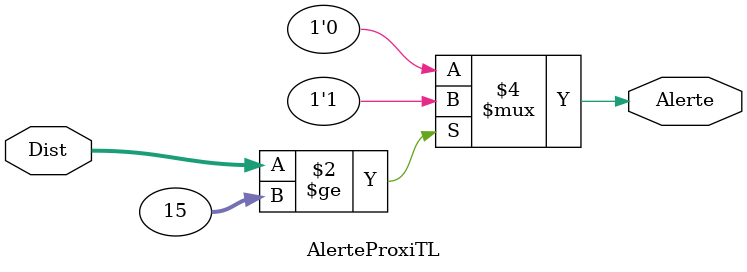
<source format=v>
module AlerteProxiTL(Dist, Alerte) ;


parameter DistAlerte = 15 ;

input[7:0] Dist ;

output reg Alerte ;


always@(Dist)
	begin
		
		if(Dist >= DistAlerte)
		begin
			Alerte <= 1 ;
		end
		else
		begin
			Alerte <= 0 ;
		end
		
	end

endmodule

</source>
